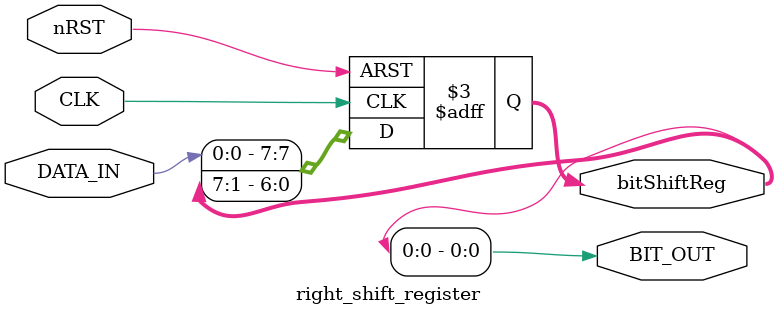
<source format=sv>
`timescale 1ns / 1ps

module right_shift_register(
    input logic CLK,
    input logic nRST,
    input logic DATA_IN,
    output logic BIT_OUT,
    output logic [7:0] bitShiftReg); //Need outside module to access the register
    
    always @(posedge CLK, negedge nRST) begin
        if (!nRST) begin
            bitShiftReg <= 8'b00000000;
        end
        else begin
            bitShiftReg <= {DATA_IN, bitShiftReg[7:1]};
        end
    end

    assign BIT_OUT = bitShiftReg[0];
    
endmodule
</source>
